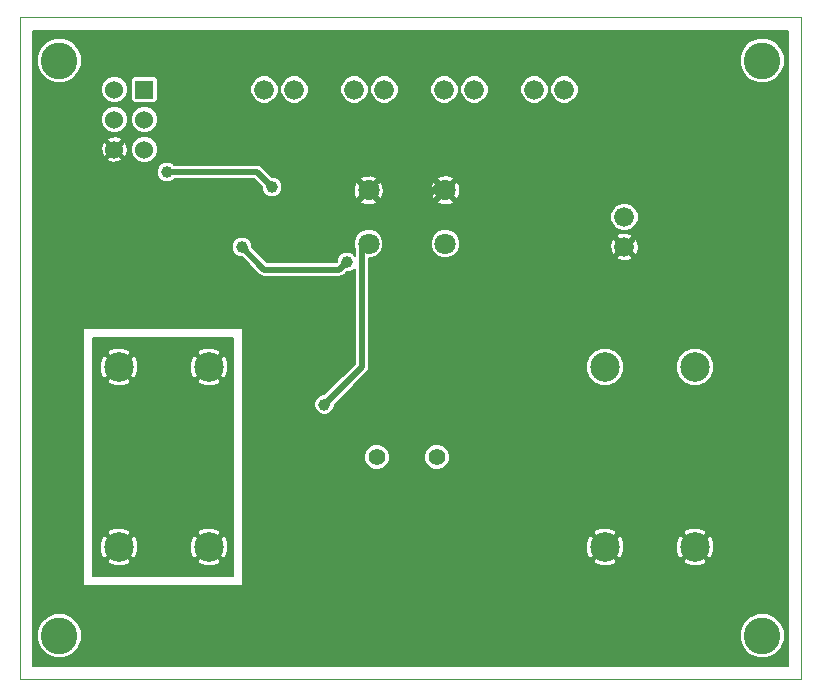
<source format=gbl>
G04 (created by PCBNEW (2013-mar-13)-testing) date Sat 29 Mar 2014 06:27:09 PM CET*
%MOIN*%
G04 Gerber Fmt 3.4, Leading zero omitted, Abs format*
%FSLAX34Y34*%
G01*
G70*
G90*
G04 APERTURE LIST*
%ADD10C,0.005906*%
%ADD11C,0.003937*%
%ADD12C,0.070866*%
%ADD13C,0.122047*%
%ADD14C,0.098425*%
%ADD15R,0.060000X0.060000*%
%ADD16C,0.060000*%
%ADD17C,0.066000*%
%ADD18C,0.056000*%
%ADD19C,0.039370*%
%ADD20C,0.020000*%
%ADD21C,0.008000*%
G04 APERTURE END LIST*
G54D10*
G54D11*
X33106Y-28346D02*
X33106Y-50393D01*
X59143Y-28346D02*
X33106Y-28346D01*
X59143Y-50393D02*
X59143Y-28346D01*
X33106Y-50393D02*
X59143Y-50393D01*
G54D12*
X44720Y-35885D03*
X44720Y-34114D03*
X47279Y-35885D03*
X47279Y-34114D03*
G54D13*
X34412Y-48956D03*
X57837Y-48956D03*
X34412Y-29783D03*
X57837Y-29783D03*
G54D14*
X39399Y-46000D03*
X36399Y-46000D03*
X55600Y-46000D03*
X52600Y-46000D03*
X52600Y-40000D03*
X55600Y-40000D03*
X36399Y-40000D03*
X39399Y-40000D03*
G54D15*
X37250Y-30750D03*
G54D16*
X36250Y-30750D03*
X37250Y-31750D03*
X36250Y-31750D03*
X37250Y-32750D03*
X36250Y-32750D03*
G54D17*
X53250Y-35000D03*
X53250Y-36000D03*
X42250Y-30750D03*
X41250Y-30750D03*
X45250Y-30750D03*
X44250Y-30750D03*
X48250Y-30750D03*
X47250Y-30750D03*
X51250Y-30750D03*
X50250Y-30750D03*
G54D18*
X45000Y-43000D03*
X47000Y-43000D03*
G54D19*
X38000Y-33500D03*
X41500Y-34000D03*
X40500Y-36000D03*
X44000Y-36500D03*
X43250Y-41250D03*
X43000Y-36200D03*
X47000Y-37250D03*
G54D20*
X38000Y-33500D02*
X41000Y-33500D01*
X41500Y-34000D02*
X41000Y-33500D01*
X44000Y-36500D02*
X43750Y-36750D01*
X41250Y-36750D02*
X40500Y-36000D01*
X43750Y-36750D02*
X41250Y-36750D01*
X44500Y-40000D02*
X44500Y-36000D01*
X43250Y-41250D02*
X44500Y-40000D01*
X47500Y-34000D02*
X47000Y-34000D01*
X46500Y-36750D02*
X47000Y-37250D01*
X46500Y-34500D02*
X46500Y-36750D01*
X47000Y-34000D02*
X46500Y-34500D01*
G54D10*
G36*
X58710Y-49960D02*
X58587Y-49960D01*
X58587Y-48808D01*
X58587Y-29634D01*
X58473Y-29359D01*
X58263Y-29147D01*
X57987Y-29033D01*
X57689Y-29033D01*
X57413Y-29147D01*
X57201Y-29357D01*
X57087Y-29633D01*
X57087Y-29932D01*
X57201Y-30207D01*
X57412Y-30419D01*
X57687Y-30533D01*
X57986Y-30533D01*
X58262Y-30419D01*
X58473Y-30208D01*
X58587Y-29933D01*
X58587Y-29634D01*
X58587Y-48808D01*
X58473Y-48532D01*
X58263Y-48321D01*
X57987Y-48206D01*
X57689Y-48206D01*
X57413Y-48320D01*
X57201Y-48531D01*
X57087Y-48806D01*
X57087Y-49105D01*
X57201Y-49381D01*
X57412Y-49592D01*
X57687Y-49706D01*
X57986Y-49707D01*
X58262Y-49593D01*
X58473Y-49382D01*
X58587Y-49106D01*
X58587Y-48808D01*
X58587Y-49960D01*
X56238Y-49960D01*
X56238Y-46091D01*
X56232Y-45984D01*
X56232Y-39874D01*
X56136Y-39642D01*
X55958Y-39464D01*
X55726Y-39367D01*
X55475Y-39367D01*
X55242Y-39463D01*
X55064Y-39641D01*
X54968Y-39873D01*
X54968Y-40125D01*
X55064Y-40357D01*
X55241Y-40535D01*
X55474Y-40632D01*
X55725Y-40632D01*
X55957Y-40536D01*
X56135Y-40358D01*
X56232Y-40126D01*
X56232Y-39874D01*
X56232Y-45984D01*
X56224Y-45840D01*
X56154Y-45671D01*
X56071Y-45613D01*
X55986Y-45698D01*
X55986Y-45528D01*
X55929Y-45445D01*
X55691Y-45362D01*
X55440Y-45375D01*
X55271Y-45445D01*
X55213Y-45528D01*
X55600Y-45915D01*
X55986Y-45528D01*
X55986Y-45698D01*
X55685Y-46000D01*
X56071Y-46386D01*
X56154Y-46328D01*
X56238Y-46091D01*
X56238Y-49960D01*
X55986Y-49960D01*
X55986Y-46471D01*
X55600Y-46084D01*
X55515Y-46169D01*
X55515Y-46000D01*
X55129Y-45613D01*
X55045Y-45671D01*
X54962Y-45908D01*
X54975Y-46159D01*
X55045Y-46328D01*
X55129Y-46386D01*
X55515Y-46000D01*
X55515Y-46169D01*
X55213Y-46471D01*
X55271Y-46554D01*
X55508Y-46637D01*
X55760Y-46624D01*
X55929Y-46554D01*
X55986Y-46471D01*
X55986Y-49960D01*
X53726Y-49960D01*
X53726Y-36052D01*
X53720Y-35980D01*
X53720Y-34906D01*
X53648Y-34734D01*
X53516Y-34601D01*
X53343Y-34530D01*
X53156Y-34529D01*
X52984Y-34601D01*
X52851Y-34733D01*
X52780Y-34906D01*
X52779Y-35093D01*
X52851Y-35265D01*
X52983Y-35398D01*
X53156Y-35469D01*
X53343Y-35470D01*
X53515Y-35398D01*
X53648Y-35266D01*
X53719Y-35093D01*
X53720Y-34906D01*
X53720Y-35980D01*
X53710Y-35866D01*
X53669Y-35769D01*
X53603Y-35731D01*
X53518Y-35816D01*
X53518Y-35646D01*
X53480Y-35580D01*
X53302Y-35523D01*
X53116Y-35539D01*
X53019Y-35580D01*
X52981Y-35646D01*
X53250Y-35915D01*
X53518Y-35646D01*
X53518Y-35816D01*
X53334Y-36000D01*
X53603Y-36268D01*
X53669Y-36230D01*
X53726Y-36052D01*
X53726Y-49960D01*
X53518Y-49960D01*
X53518Y-36353D01*
X53250Y-36084D01*
X53165Y-36169D01*
X53165Y-36000D01*
X52896Y-35731D01*
X52830Y-35769D01*
X52773Y-35947D01*
X52789Y-36133D01*
X52830Y-36230D01*
X52896Y-36268D01*
X53165Y-36000D01*
X53165Y-36169D01*
X52981Y-36353D01*
X53019Y-36419D01*
X53197Y-36476D01*
X53383Y-36460D01*
X53480Y-36419D01*
X53518Y-36353D01*
X53518Y-49960D01*
X53238Y-49960D01*
X53238Y-46091D01*
X53232Y-45984D01*
X53232Y-39874D01*
X53136Y-39642D01*
X52958Y-39464D01*
X52726Y-39367D01*
X52475Y-39367D01*
X52242Y-39463D01*
X52064Y-39641D01*
X51968Y-39873D01*
X51968Y-40125D01*
X52064Y-40357D01*
X52241Y-40535D01*
X52474Y-40632D01*
X52725Y-40632D01*
X52957Y-40536D01*
X53135Y-40358D01*
X53232Y-40126D01*
X53232Y-39874D01*
X53232Y-45984D01*
X53224Y-45840D01*
X53154Y-45671D01*
X53071Y-45613D01*
X52986Y-45698D01*
X52986Y-45528D01*
X52929Y-45445D01*
X52691Y-45362D01*
X52440Y-45375D01*
X52271Y-45445D01*
X52213Y-45528D01*
X52600Y-45915D01*
X52986Y-45528D01*
X52986Y-45698D01*
X52685Y-46000D01*
X53071Y-46386D01*
X53154Y-46328D01*
X53238Y-46091D01*
X53238Y-49960D01*
X52986Y-49960D01*
X52986Y-46471D01*
X52600Y-46084D01*
X52515Y-46169D01*
X52515Y-46000D01*
X52129Y-45613D01*
X52045Y-45671D01*
X51962Y-45908D01*
X51975Y-46159D01*
X52045Y-46328D01*
X52129Y-46386D01*
X52515Y-46000D01*
X52515Y-46169D01*
X52213Y-46471D01*
X52271Y-46554D01*
X52508Y-46637D01*
X52760Y-46624D01*
X52929Y-46554D01*
X52986Y-46471D01*
X52986Y-49960D01*
X51720Y-49960D01*
X51720Y-30656D01*
X51648Y-30484D01*
X51516Y-30351D01*
X51343Y-30280D01*
X51156Y-30279D01*
X50984Y-30351D01*
X50851Y-30483D01*
X50780Y-30656D01*
X50779Y-30843D01*
X50851Y-31015D01*
X50983Y-31148D01*
X51156Y-31219D01*
X51343Y-31220D01*
X51515Y-31148D01*
X51648Y-31016D01*
X51719Y-30843D01*
X51720Y-30656D01*
X51720Y-49960D01*
X50720Y-49960D01*
X50720Y-30656D01*
X50648Y-30484D01*
X50516Y-30351D01*
X50343Y-30280D01*
X50156Y-30279D01*
X49984Y-30351D01*
X49851Y-30483D01*
X49780Y-30656D01*
X49779Y-30843D01*
X49851Y-31015D01*
X49983Y-31148D01*
X50156Y-31219D01*
X50343Y-31220D01*
X50515Y-31148D01*
X50648Y-31016D01*
X50719Y-30843D01*
X50720Y-30656D01*
X50720Y-49960D01*
X48720Y-49960D01*
X48720Y-30656D01*
X48648Y-30484D01*
X48516Y-30351D01*
X48343Y-30280D01*
X48156Y-30279D01*
X47984Y-30351D01*
X47851Y-30483D01*
X47780Y-30656D01*
X47779Y-30843D01*
X47851Y-31015D01*
X47983Y-31148D01*
X48156Y-31219D01*
X48343Y-31220D01*
X48515Y-31148D01*
X48648Y-31016D01*
X48719Y-30843D01*
X48720Y-30656D01*
X48720Y-49960D01*
X47780Y-49960D01*
X47780Y-34172D01*
X47764Y-33976D01*
X47720Y-33869D01*
X47720Y-30656D01*
X47648Y-30484D01*
X47516Y-30351D01*
X47343Y-30280D01*
X47156Y-30279D01*
X46984Y-30351D01*
X46851Y-30483D01*
X46780Y-30656D01*
X46779Y-30843D01*
X46851Y-31015D01*
X46983Y-31148D01*
X47156Y-31219D01*
X47343Y-31220D01*
X47515Y-31148D01*
X47648Y-31016D01*
X47719Y-30843D01*
X47720Y-30656D01*
X47720Y-33869D01*
X47719Y-33868D01*
X47650Y-33827D01*
X47566Y-33912D01*
X47566Y-33742D01*
X47525Y-33674D01*
X47338Y-33613D01*
X47141Y-33629D01*
X47033Y-33674D01*
X46993Y-33742D01*
X47279Y-34029D01*
X47566Y-33742D01*
X47566Y-33912D01*
X47364Y-34114D01*
X47650Y-34400D01*
X47719Y-34359D01*
X47780Y-34172D01*
X47780Y-49960D01*
X47773Y-49960D01*
X47773Y-35787D01*
X47698Y-35606D01*
X47566Y-35473D01*
X47566Y-34485D01*
X47279Y-34199D01*
X47194Y-34283D01*
X47194Y-34114D01*
X46908Y-33827D01*
X46839Y-33868D01*
X46778Y-34055D01*
X46794Y-34251D01*
X46839Y-34359D01*
X46908Y-34400D01*
X47194Y-34114D01*
X47194Y-34283D01*
X46993Y-34485D01*
X47033Y-34554D01*
X47221Y-34614D01*
X47417Y-34599D01*
X47525Y-34554D01*
X47566Y-34485D01*
X47566Y-35473D01*
X47559Y-35466D01*
X47378Y-35391D01*
X47181Y-35391D01*
X46999Y-35466D01*
X46860Y-35605D01*
X46785Y-35787D01*
X46785Y-35983D01*
X46860Y-36165D01*
X46999Y-36304D01*
X47180Y-36380D01*
X47377Y-36380D01*
X47559Y-36305D01*
X47698Y-36166D01*
X47773Y-35984D01*
X47773Y-35787D01*
X47773Y-49960D01*
X47420Y-49960D01*
X47420Y-42916D01*
X47356Y-42762D01*
X47238Y-42644D01*
X47083Y-42580D01*
X46916Y-42579D01*
X46762Y-42643D01*
X46644Y-42761D01*
X46580Y-42916D01*
X46579Y-43083D01*
X46643Y-43237D01*
X46761Y-43355D01*
X46916Y-43419D01*
X47083Y-43420D01*
X47237Y-43356D01*
X47355Y-43238D01*
X47419Y-43083D01*
X47420Y-42916D01*
X47420Y-49960D01*
X45720Y-49960D01*
X45720Y-30656D01*
X45648Y-30484D01*
X45516Y-30351D01*
X45343Y-30280D01*
X45156Y-30279D01*
X44984Y-30351D01*
X44851Y-30483D01*
X44780Y-30656D01*
X44779Y-30843D01*
X44851Y-31015D01*
X44983Y-31148D01*
X45156Y-31219D01*
X45343Y-31220D01*
X45515Y-31148D01*
X45648Y-31016D01*
X45719Y-30843D01*
X45720Y-30656D01*
X45720Y-49960D01*
X45420Y-49960D01*
X45420Y-42916D01*
X45356Y-42762D01*
X45238Y-42644D01*
X45221Y-42637D01*
X45221Y-34172D01*
X45205Y-33976D01*
X45160Y-33868D01*
X45091Y-33827D01*
X45006Y-33912D01*
X45006Y-33742D01*
X44966Y-33674D01*
X44778Y-33613D01*
X44720Y-33618D01*
X44720Y-30656D01*
X44648Y-30484D01*
X44516Y-30351D01*
X44343Y-30280D01*
X44156Y-30279D01*
X43984Y-30351D01*
X43851Y-30483D01*
X43780Y-30656D01*
X43779Y-30843D01*
X43851Y-31015D01*
X43983Y-31148D01*
X44156Y-31219D01*
X44343Y-31220D01*
X44515Y-31148D01*
X44648Y-31016D01*
X44719Y-30843D01*
X44720Y-30656D01*
X44720Y-33618D01*
X44582Y-33629D01*
X44474Y-33674D01*
X44433Y-33742D01*
X44720Y-34029D01*
X45006Y-33742D01*
X45006Y-33912D01*
X44805Y-34114D01*
X45091Y-34400D01*
X45160Y-34359D01*
X45221Y-34172D01*
X45221Y-42637D01*
X45214Y-42634D01*
X45214Y-35787D01*
X45139Y-35606D01*
X45006Y-35473D01*
X45006Y-34485D01*
X44720Y-34199D01*
X44635Y-34283D01*
X44635Y-34114D01*
X44349Y-33827D01*
X44280Y-33868D01*
X44219Y-34055D01*
X44235Y-34251D01*
X44280Y-34359D01*
X44349Y-34400D01*
X44635Y-34114D01*
X44635Y-34283D01*
X44433Y-34485D01*
X44474Y-34554D01*
X44661Y-34614D01*
X44858Y-34599D01*
X44966Y-34554D01*
X45006Y-34485D01*
X45006Y-35473D01*
X45000Y-35466D01*
X44819Y-35391D01*
X44622Y-35391D01*
X44440Y-35466D01*
X44301Y-35605D01*
X44226Y-35787D01*
X44226Y-35983D01*
X44260Y-36065D01*
X44260Y-36283D01*
X44191Y-36214D01*
X44067Y-36163D01*
X43933Y-36163D01*
X43809Y-36214D01*
X43714Y-36308D01*
X43663Y-36432D01*
X43663Y-36497D01*
X43650Y-36510D01*
X42720Y-36510D01*
X42720Y-30656D01*
X42648Y-30484D01*
X42516Y-30351D01*
X42343Y-30280D01*
X42156Y-30279D01*
X41984Y-30351D01*
X41851Y-30483D01*
X41780Y-30656D01*
X41779Y-30843D01*
X41851Y-31015D01*
X41983Y-31148D01*
X42156Y-31219D01*
X42343Y-31220D01*
X42515Y-31148D01*
X42648Y-31016D01*
X42719Y-30843D01*
X42720Y-30656D01*
X42720Y-36510D01*
X41836Y-36510D01*
X41836Y-33933D01*
X41785Y-33809D01*
X41720Y-33743D01*
X41720Y-30656D01*
X41648Y-30484D01*
X41516Y-30351D01*
X41343Y-30280D01*
X41156Y-30279D01*
X40984Y-30351D01*
X40851Y-30483D01*
X40780Y-30656D01*
X40779Y-30843D01*
X40851Y-31015D01*
X40983Y-31148D01*
X41156Y-31219D01*
X41343Y-31220D01*
X41515Y-31148D01*
X41648Y-31016D01*
X41719Y-30843D01*
X41720Y-30656D01*
X41720Y-33743D01*
X41691Y-33714D01*
X41567Y-33663D01*
X41502Y-33663D01*
X41169Y-33330D01*
X41091Y-33278D01*
X41000Y-33260D01*
X38236Y-33260D01*
X38191Y-33214D01*
X38067Y-33163D01*
X37933Y-33163D01*
X37809Y-33214D01*
X37714Y-33308D01*
X37690Y-33367D01*
X37690Y-32662D01*
X37690Y-31662D01*
X37690Y-31662D01*
X37690Y-31077D01*
X37690Y-31022D01*
X37690Y-30422D01*
X37668Y-30370D01*
X37629Y-30331D01*
X37577Y-30310D01*
X37522Y-30310D01*
X36922Y-30310D01*
X36870Y-30331D01*
X36831Y-30370D01*
X36810Y-30422D01*
X36810Y-30477D01*
X36810Y-31077D01*
X36831Y-31129D01*
X36870Y-31168D01*
X36922Y-31190D01*
X36977Y-31190D01*
X37577Y-31190D01*
X37629Y-31168D01*
X37668Y-31129D01*
X37690Y-31077D01*
X37690Y-31662D01*
X37623Y-31501D01*
X37499Y-31377D01*
X37337Y-31310D01*
X37162Y-31309D01*
X37001Y-31376D01*
X36877Y-31500D01*
X36810Y-31662D01*
X36809Y-31837D01*
X36876Y-31998D01*
X37000Y-32122D01*
X37162Y-32189D01*
X37337Y-32190D01*
X37498Y-32123D01*
X37622Y-31999D01*
X37689Y-31837D01*
X37690Y-31662D01*
X37690Y-32662D01*
X37623Y-32501D01*
X37499Y-32377D01*
X37337Y-32310D01*
X37162Y-32309D01*
X37001Y-32376D01*
X36877Y-32500D01*
X36810Y-32662D01*
X36809Y-32837D01*
X36876Y-32998D01*
X37000Y-33122D01*
X37162Y-33189D01*
X37337Y-33190D01*
X37498Y-33123D01*
X37622Y-32999D01*
X37689Y-32837D01*
X37690Y-32662D01*
X37690Y-33367D01*
X37663Y-33432D01*
X37663Y-33566D01*
X37714Y-33690D01*
X37808Y-33785D01*
X37932Y-33836D01*
X38066Y-33836D01*
X38190Y-33785D01*
X38236Y-33740D01*
X40900Y-33740D01*
X41163Y-34002D01*
X41163Y-34066D01*
X41214Y-34190D01*
X41308Y-34285D01*
X41432Y-34336D01*
X41566Y-34336D01*
X41690Y-34285D01*
X41785Y-34191D01*
X41836Y-34067D01*
X41836Y-33933D01*
X41836Y-36510D01*
X41349Y-36510D01*
X40836Y-35997D01*
X40836Y-35933D01*
X40785Y-35809D01*
X40691Y-35714D01*
X40567Y-35663D01*
X40433Y-35663D01*
X40309Y-35714D01*
X40214Y-35808D01*
X40163Y-35932D01*
X40163Y-36066D01*
X40214Y-36190D01*
X40308Y-36285D01*
X40432Y-36336D01*
X40497Y-36336D01*
X41080Y-36919D01*
X41158Y-36971D01*
X41250Y-36990D01*
X43750Y-36990D01*
X43841Y-36971D01*
X43919Y-36919D01*
X44002Y-36836D01*
X44066Y-36836D01*
X44190Y-36785D01*
X44260Y-36716D01*
X44260Y-39900D01*
X43247Y-40913D01*
X43183Y-40913D01*
X43059Y-40964D01*
X42964Y-41058D01*
X42913Y-41182D01*
X42913Y-41316D01*
X42964Y-41440D01*
X43058Y-41535D01*
X43182Y-41586D01*
X43316Y-41586D01*
X43440Y-41535D01*
X43535Y-41441D01*
X43586Y-41317D01*
X43586Y-41252D01*
X44669Y-40169D01*
X44721Y-40091D01*
X44740Y-40000D01*
X44740Y-36380D01*
X44818Y-36380D01*
X45000Y-36305D01*
X45139Y-36166D01*
X45214Y-35984D01*
X45214Y-35787D01*
X45214Y-42634D01*
X45083Y-42580D01*
X44916Y-42579D01*
X44762Y-42643D01*
X44644Y-42761D01*
X44580Y-42916D01*
X44579Y-43083D01*
X44643Y-43237D01*
X44761Y-43355D01*
X44916Y-43419D01*
X45083Y-43420D01*
X45237Y-43356D01*
X45355Y-43238D01*
X45419Y-43083D01*
X45420Y-42916D01*
X45420Y-49960D01*
X40540Y-49960D01*
X40540Y-47290D01*
X40540Y-38710D01*
X36696Y-38710D01*
X36696Y-32795D01*
X36690Y-32729D01*
X36690Y-31662D01*
X36690Y-30662D01*
X36623Y-30501D01*
X36499Y-30377D01*
X36337Y-30310D01*
X36162Y-30309D01*
X36001Y-30376D01*
X35877Y-30500D01*
X35810Y-30662D01*
X35809Y-30837D01*
X35876Y-30998D01*
X36000Y-31122D01*
X36162Y-31189D01*
X36337Y-31190D01*
X36498Y-31123D01*
X36622Y-30999D01*
X36689Y-30837D01*
X36690Y-30662D01*
X36690Y-31662D01*
X36623Y-31501D01*
X36499Y-31377D01*
X36337Y-31310D01*
X36162Y-31309D01*
X36001Y-31376D01*
X35877Y-31500D01*
X35810Y-31662D01*
X35809Y-31837D01*
X35876Y-31998D01*
X36000Y-32122D01*
X36162Y-32189D01*
X36337Y-32190D01*
X36498Y-32123D01*
X36622Y-31999D01*
X36689Y-31837D01*
X36690Y-31662D01*
X36690Y-32729D01*
X36679Y-32621D01*
X36644Y-32537D01*
X36581Y-32503D01*
X36496Y-32587D01*
X36496Y-32418D01*
X36462Y-32355D01*
X36295Y-32303D01*
X36121Y-32320D01*
X36037Y-32355D01*
X36003Y-32418D01*
X36250Y-32665D01*
X36496Y-32418D01*
X36496Y-32587D01*
X36334Y-32750D01*
X36581Y-32996D01*
X36644Y-32962D01*
X36696Y-32795D01*
X36696Y-38710D01*
X36496Y-38710D01*
X36496Y-33081D01*
X36250Y-32834D01*
X36165Y-32919D01*
X36165Y-32750D01*
X35918Y-32503D01*
X35855Y-32537D01*
X35803Y-32704D01*
X35820Y-32878D01*
X35855Y-32962D01*
X35918Y-32996D01*
X36165Y-32750D01*
X36165Y-32919D01*
X36003Y-33081D01*
X36037Y-33144D01*
X36204Y-33196D01*
X36378Y-33179D01*
X36462Y-33144D01*
X36496Y-33081D01*
X36496Y-38710D01*
X35210Y-38710D01*
X35210Y-47290D01*
X40540Y-47290D01*
X40540Y-49960D01*
X40500Y-49960D01*
X35162Y-49960D01*
X35162Y-48808D01*
X35162Y-29634D01*
X35048Y-29359D01*
X34837Y-29147D01*
X34562Y-29033D01*
X34263Y-29033D01*
X33987Y-29147D01*
X33776Y-29357D01*
X33662Y-29633D01*
X33662Y-29932D01*
X33776Y-30207D01*
X33986Y-30419D01*
X34262Y-30533D01*
X34560Y-30533D01*
X34836Y-30419D01*
X35048Y-30208D01*
X35162Y-29933D01*
X35162Y-29634D01*
X35162Y-48808D01*
X35048Y-48532D01*
X34837Y-48321D01*
X34562Y-48206D01*
X34263Y-48206D01*
X33987Y-48320D01*
X33776Y-48531D01*
X33662Y-48806D01*
X33662Y-49105D01*
X33776Y-49381D01*
X33986Y-49592D01*
X34262Y-49706D01*
X34560Y-49707D01*
X34836Y-49593D01*
X35048Y-49382D01*
X35162Y-49106D01*
X35162Y-48808D01*
X35162Y-49960D01*
X33540Y-49960D01*
X33540Y-28790D01*
X58710Y-28790D01*
X58710Y-31750D01*
X58710Y-38500D01*
X58710Y-42000D01*
X58710Y-49960D01*
X58710Y-49960D01*
G37*
G54D21*
X58710Y-49960D02*
X58587Y-49960D01*
X58587Y-48808D01*
X58587Y-29634D01*
X58473Y-29359D01*
X58263Y-29147D01*
X57987Y-29033D01*
X57689Y-29033D01*
X57413Y-29147D01*
X57201Y-29357D01*
X57087Y-29633D01*
X57087Y-29932D01*
X57201Y-30207D01*
X57412Y-30419D01*
X57687Y-30533D01*
X57986Y-30533D01*
X58262Y-30419D01*
X58473Y-30208D01*
X58587Y-29933D01*
X58587Y-29634D01*
X58587Y-48808D01*
X58473Y-48532D01*
X58263Y-48321D01*
X57987Y-48206D01*
X57689Y-48206D01*
X57413Y-48320D01*
X57201Y-48531D01*
X57087Y-48806D01*
X57087Y-49105D01*
X57201Y-49381D01*
X57412Y-49592D01*
X57687Y-49706D01*
X57986Y-49707D01*
X58262Y-49593D01*
X58473Y-49382D01*
X58587Y-49106D01*
X58587Y-48808D01*
X58587Y-49960D01*
X56238Y-49960D01*
X56238Y-46091D01*
X56232Y-45984D01*
X56232Y-39874D01*
X56136Y-39642D01*
X55958Y-39464D01*
X55726Y-39367D01*
X55475Y-39367D01*
X55242Y-39463D01*
X55064Y-39641D01*
X54968Y-39873D01*
X54968Y-40125D01*
X55064Y-40357D01*
X55241Y-40535D01*
X55474Y-40632D01*
X55725Y-40632D01*
X55957Y-40536D01*
X56135Y-40358D01*
X56232Y-40126D01*
X56232Y-39874D01*
X56232Y-45984D01*
X56224Y-45840D01*
X56154Y-45671D01*
X56071Y-45613D01*
X55986Y-45698D01*
X55986Y-45528D01*
X55929Y-45445D01*
X55691Y-45362D01*
X55440Y-45375D01*
X55271Y-45445D01*
X55213Y-45528D01*
X55600Y-45915D01*
X55986Y-45528D01*
X55986Y-45698D01*
X55685Y-46000D01*
X56071Y-46386D01*
X56154Y-46328D01*
X56238Y-46091D01*
X56238Y-49960D01*
X55986Y-49960D01*
X55986Y-46471D01*
X55600Y-46084D01*
X55515Y-46169D01*
X55515Y-46000D01*
X55129Y-45613D01*
X55045Y-45671D01*
X54962Y-45908D01*
X54975Y-46159D01*
X55045Y-46328D01*
X55129Y-46386D01*
X55515Y-46000D01*
X55515Y-46169D01*
X55213Y-46471D01*
X55271Y-46554D01*
X55508Y-46637D01*
X55760Y-46624D01*
X55929Y-46554D01*
X55986Y-46471D01*
X55986Y-49960D01*
X53726Y-49960D01*
X53726Y-36052D01*
X53720Y-35980D01*
X53720Y-34906D01*
X53648Y-34734D01*
X53516Y-34601D01*
X53343Y-34530D01*
X53156Y-34529D01*
X52984Y-34601D01*
X52851Y-34733D01*
X52780Y-34906D01*
X52779Y-35093D01*
X52851Y-35265D01*
X52983Y-35398D01*
X53156Y-35469D01*
X53343Y-35470D01*
X53515Y-35398D01*
X53648Y-35266D01*
X53719Y-35093D01*
X53720Y-34906D01*
X53720Y-35980D01*
X53710Y-35866D01*
X53669Y-35769D01*
X53603Y-35731D01*
X53518Y-35816D01*
X53518Y-35646D01*
X53480Y-35580D01*
X53302Y-35523D01*
X53116Y-35539D01*
X53019Y-35580D01*
X52981Y-35646D01*
X53250Y-35915D01*
X53518Y-35646D01*
X53518Y-35816D01*
X53334Y-36000D01*
X53603Y-36268D01*
X53669Y-36230D01*
X53726Y-36052D01*
X53726Y-49960D01*
X53518Y-49960D01*
X53518Y-36353D01*
X53250Y-36084D01*
X53165Y-36169D01*
X53165Y-36000D01*
X52896Y-35731D01*
X52830Y-35769D01*
X52773Y-35947D01*
X52789Y-36133D01*
X52830Y-36230D01*
X52896Y-36268D01*
X53165Y-36000D01*
X53165Y-36169D01*
X52981Y-36353D01*
X53019Y-36419D01*
X53197Y-36476D01*
X53383Y-36460D01*
X53480Y-36419D01*
X53518Y-36353D01*
X53518Y-49960D01*
X53238Y-49960D01*
X53238Y-46091D01*
X53232Y-45984D01*
X53232Y-39874D01*
X53136Y-39642D01*
X52958Y-39464D01*
X52726Y-39367D01*
X52475Y-39367D01*
X52242Y-39463D01*
X52064Y-39641D01*
X51968Y-39873D01*
X51968Y-40125D01*
X52064Y-40357D01*
X52241Y-40535D01*
X52474Y-40632D01*
X52725Y-40632D01*
X52957Y-40536D01*
X53135Y-40358D01*
X53232Y-40126D01*
X53232Y-39874D01*
X53232Y-45984D01*
X53224Y-45840D01*
X53154Y-45671D01*
X53071Y-45613D01*
X52986Y-45698D01*
X52986Y-45528D01*
X52929Y-45445D01*
X52691Y-45362D01*
X52440Y-45375D01*
X52271Y-45445D01*
X52213Y-45528D01*
X52600Y-45915D01*
X52986Y-45528D01*
X52986Y-45698D01*
X52685Y-46000D01*
X53071Y-46386D01*
X53154Y-46328D01*
X53238Y-46091D01*
X53238Y-49960D01*
X52986Y-49960D01*
X52986Y-46471D01*
X52600Y-46084D01*
X52515Y-46169D01*
X52515Y-46000D01*
X52129Y-45613D01*
X52045Y-45671D01*
X51962Y-45908D01*
X51975Y-46159D01*
X52045Y-46328D01*
X52129Y-46386D01*
X52515Y-46000D01*
X52515Y-46169D01*
X52213Y-46471D01*
X52271Y-46554D01*
X52508Y-46637D01*
X52760Y-46624D01*
X52929Y-46554D01*
X52986Y-46471D01*
X52986Y-49960D01*
X51720Y-49960D01*
X51720Y-30656D01*
X51648Y-30484D01*
X51516Y-30351D01*
X51343Y-30280D01*
X51156Y-30279D01*
X50984Y-30351D01*
X50851Y-30483D01*
X50780Y-30656D01*
X50779Y-30843D01*
X50851Y-31015D01*
X50983Y-31148D01*
X51156Y-31219D01*
X51343Y-31220D01*
X51515Y-31148D01*
X51648Y-31016D01*
X51719Y-30843D01*
X51720Y-30656D01*
X51720Y-49960D01*
X50720Y-49960D01*
X50720Y-30656D01*
X50648Y-30484D01*
X50516Y-30351D01*
X50343Y-30280D01*
X50156Y-30279D01*
X49984Y-30351D01*
X49851Y-30483D01*
X49780Y-30656D01*
X49779Y-30843D01*
X49851Y-31015D01*
X49983Y-31148D01*
X50156Y-31219D01*
X50343Y-31220D01*
X50515Y-31148D01*
X50648Y-31016D01*
X50719Y-30843D01*
X50720Y-30656D01*
X50720Y-49960D01*
X48720Y-49960D01*
X48720Y-30656D01*
X48648Y-30484D01*
X48516Y-30351D01*
X48343Y-30280D01*
X48156Y-30279D01*
X47984Y-30351D01*
X47851Y-30483D01*
X47780Y-30656D01*
X47779Y-30843D01*
X47851Y-31015D01*
X47983Y-31148D01*
X48156Y-31219D01*
X48343Y-31220D01*
X48515Y-31148D01*
X48648Y-31016D01*
X48719Y-30843D01*
X48720Y-30656D01*
X48720Y-49960D01*
X47780Y-49960D01*
X47780Y-34172D01*
X47764Y-33976D01*
X47720Y-33869D01*
X47720Y-30656D01*
X47648Y-30484D01*
X47516Y-30351D01*
X47343Y-30280D01*
X47156Y-30279D01*
X46984Y-30351D01*
X46851Y-30483D01*
X46780Y-30656D01*
X46779Y-30843D01*
X46851Y-31015D01*
X46983Y-31148D01*
X47156Y-31219D01*
X47343Y-31220D01*
X47515Y-31148D01*
X47648Y-31016D01*
X47719Y-30843D01*
X47720Y-30656D01*
X47720Y-33869D01*
X47719Y-33868D01*
X47650Y-33827D01*
X47566Y-33912D01*
X47566Y-33742D01*
X47525Y-33674D01*
X47338Y-33613D01*
X47141Y-33629D01*
X47033Y-33674D01*
X46993Y-33742D01*
X47279Y-34029D01*
X47566Y-33742D01*
X47566Y-33912D01*
X47364Y-34114D01*
X47650Y-34400D01*
X47719Y-34359D01*
X47780Y-34172D01*
X47780Y-49960D01*
X47773Y-49960D01*
X47773Y-35787D01*
X47698Y-35606D01*
X47566Y-35473D01*
X47566Y-34485D01*
X47279Y-34199D01*
X47194Y-34283D01*
X47194Y-34114D01*
X46908Y-33827D01*
X46839Y-33868D01*
X46778Y-34055D01*
X46794Y-34251D01*
X46839Y-34359D01*
X46908Y-34400D01*
X47194Y-34114D01*
X47194Y-34283D01*
X46993Y-34485D01*
X47033Y-34554D01*
X47221Y-34614D01*
X47417Y-34599D01*
X47525Y-34554D01*
X47566Y-34485D01*
X47566Y-35473D01*
X47559Y-35466D01*
X47378Y-35391D01*
X47181Y-35391D01*
X46999Y-35466D01*
X46860Y-35605D01*
X46785Y-35787D01*
X46785Y-35983D01*
X46860Y-36165D01*
X46999Y-36304D01*
X47180Y-36380D01*
X47377Y-36380D01*
X47559Y-36305D01*
X47698Y-36166D01*
X47773Y-35984D01*
X47773Y-35787D01*
X47773Y-49960D01*
X47420Y-49960D01*
X47420Y-42916D01*
X47356Y-42762D01*
X47238Y-42644D01*
X47083Y-42580D01*
X46916Y-42579D01*
X46762Y-42643D01*
X46644Y-42761D01*
X46580Y-42916D01*
X46579Y-43083D01*
X46643Y-43237D01*
X46761Y-43355D01*
X46916Y-43419D01*
X47083Y-43420D01*
X47237Y-43356D01*
X47355Y-43238D01*
X47419Y-43083D01*
X47420Y-42916D01*
X47420Y-49960D01*
X45720Y-49960D01*
X45720Y-30656D01*
X45648Y-30484D01*
X45516Y-30351D01*
X45343Y-30280D01*
X45156Y-30279D01*
X44984Y-30351D01*
X44851Y-30483D01*
X44780Y-30656D01*
X44779Y-30843D01*
X44851Y-31015D01*
X44983Y-31148D01*
X45156Y-31219D01*
X45343Y-31220D01*
X45515Y-31148D01*
X45648Y-31016D01*
X45719Y-30843D01*
X45720Y-30656D01*
X45720Y-49960D01*
X45420Y-49960D01*
X45420Y-42916D01*
X45356Y-42762D01*
X45238Y-42644D01*
X45221Y-42637D01*
X45221Y-34172D01*
X45205Y-33976D01*
X45160Y-33868D01*
X45091Y-33827D01*
X45006Y-33912D01*
X45006Y-33742D01*
X44966Y-33674D01*
X44778Y-33613D01*
X44720Y-33618D01*
X44720Y-30656D01*
X44648Y-30484D01*
X44516Y-30351D01*
X44343Y-30280D01*
X44156Y-30279D01*
X43984Y-30351D01*
X43851Y-30483D01*
X43780Y-30656D01*
X43779Y-30843D01*
X43851Y-31015D01*
X43983Y-31148D01*
X44156Y-31219D01*
X44343Y-31220D01*
X44515Y-31148D01*
X44648Y-31016D01*
X44719Y-30843D01*
X44720Y-30656D01*
X44720Y-33618D01*
X44582Y-33629D01*
X44474Y-33674D01*
X44433Y-33742D01*
X44720Y-34029D01*
X45006Y-33742D01*
X45006Y-33912D01*
X44805Y-34114D01*
X45091Y-34400D01*
X45160Y-34359D01*
X45221Y-34172D01*
X45221Y-42637D01*
X45214Y-42634D01*
X45214Y-35787D01*
X45139Y-35606D01*
X45006Y-35473D01*
X45006Y-34485D01*
X44720Y-34199D01*
X44635Y-34283D01*
X44635Y-34114D01*
X44349Y-33827D01*
X44280Y-33868D01*
X44219Y-34055D01*
X44235Y-34251D01*
X44280Y-34359D01*
X44349Y-34400D01*
X44635Y-34114D01*
X44635Y-34283D01*
X44433Y-34485D01*
X44474Y-34554D01*
X44661Y-34614D01*
X44858Y-34599D01*
X44966Y-34554D01*
X45006Y-34485D01*
X45006Y-35473D01*
X45000Y-35466D01*
X44819Y-35391D01*
X44622Y-35391D01*
X44440Y-35466D01*
X44301Y-35605D01*
X44226Y-35787D01*
X44226Y-35983D01*
X44260Y-36065D01*
X44260Y-36283D01*
X44191Y-36214D01*
X44067Y-36163D01*
X43933Y-36163D01*
X43809Y-36214D01*
X43714Y-36308D01*
X43663Y-36432D01*
X43663Y-36497D01*
X43650Y-36510D01*
X42720Y-36510D01*
X42720Y-30656D01*
X42648Y-30484D01*
X42516Y-30351D01*
X42343Y-30280D01*
X42156Y-30279D01*
X41984Y-30351D01*
X41851Y-30483D01*
X41780Y-30656D01*
X41779Y-30843D01*
X41851Y-31015D01*
X41983Y-31148D01*
X42156Y-31219D01*
X42343Y-31220D01*
X42515Y-31148D01*
X42648Y-31016D01*
X42719Y-30843D01*
X42720Y-30656D01*
X42720Y-36510D01*
X41836Y-36510D01*
X41836Y-33933D01*
X41785Y-33809D01*
X41720Y-33743D01*
X41720Y-30656D01*
X41648Y-30484D01*
X41516Y-30351D01*
X41343Y-30280D01*
X41156Y-30279D01*
X40984Y-30351D01*
X40851Y-30483D01*
X40780Y-30656D01*
X40779Y-30843D01*
X40851Y-31015D01*
X40983Y-31148D01*
X41156Y-31219D01*
X41343Y-31220D01*
X41515Y-31148D01*
X41648Y-31016D01*
X41719Y-30843D01*
X41720Y-30656D01*
X41720Y-33743D01*
X41691Y-33714D01*
X41567Y-33663D01*
X41502Y-33663D01*
X41169Y-33330D01*
X41091Y-33278D01*
X41000Y-33260D01*
X38236Y-33260D01*
X38191Y-33214D01*
X38067Y-33163D01*
X37933Y-33163D01*
X37809Y-33214D01*
X37714Y-33308D01*
X37690Y-33367D01*
X37690Y-32662D01*
X37690Y-31662D01*
X37690Y-31662D01*
X37690Y-31077D01*
X37690Y-31022D01*
X37690Y-30422D01*
X37668Y-30370D01*
X37629Y-30331D01*
X37577Y-30310D01*
X37522Y-30310D01*
X36922Y-30310D01*
X36870Y-30331D01*
X36831Y-30370D01*
X36810Y-30422D01*
X36810Y-30477D01*
X36810Y-31077D01*
X36831Y-31129D01*
X36870Y-31168D01*
X36922Y-31190D01*
X36977Y-31190D01*
X37577Y-31190D01*
X37629Y-31168D01*
X37668Y-31129D01*
X37690Y-31077D01*
X37690Y-31662D01*
X37623Y-31501D01*
X37499Y-31377D01*
X37337Y-31310D01*
X37162Y-31309D01*
X37001Y-31376D01*
X36877Y-31500D01*
X36810Y-31662D01*
X36809Y-31837D01*
X36876Y-31998D01*
X37000Y-32122D01*
X37162Y-32189D01*
X37337Y-32190D01*
X37498Y-32123D01*
X37622Y-31999D01*
X37689Y-31837D01*
X37690Y-31662D01*
X37690Y-32662D01*
X37623Y-32501D01*
X37499Y-32377D01*
X37337Y-32310D01*
X37162Y-32309D01*
X37001Y-32376D01*
X36877Y-32500D01*
X36810Y-32662D01*
X36809Y-32837D01*
X36876Y-32998D01*
X37000Y-33122D01*
X37162Y-33189D01*
X37337Y-33190D01*
X37498Y-33123D01*
X37622Y-32999D01*
X37689Y-32837D01*
X37690Y-32662D01*
X37690Y-33367D01*
X37663Y-33432D01*
X37663Y-33566D01*
X37714Y-33690D01*
X37808Y-33785D01*
X37932Y-33836D01*
X38066Y-33836D01*
X38190Y-33785D01*
X38236Y-33740D01*
X40900Y-33740D01*
X41163Y-34002D01*
X41163Y-34066D01*
X41214Y-34190D01*
X41308Y-34285D01*
X41432Y-34336D01*
X41566Y-34336D01*
X41690Y-34285D01*
X41785Y-34191D01*
X41836Y-34067D01*
X41836Y-33933D01*
X41836Y-36510D01*
X41349Y-36510D01*
X40836Y-35997D01*
X40836Y-35933D01*
X40785Y-35809D01*
X40691Y-35714D01*
X40567Y-35663D01*
X40433Y-35663D01*
X40309Y-35714D01*
X40214Y-35808D01*
X40163Y-35932D01*
X40163Y-36066D01*
X40214Y-36190D01*
X40308Y-36285D01*
X40432Y-36336D01*
X40497Y-36336D01*
X41080Y-36919D01*
X41158Y-36971D01*
X41250Y-36990D01*
X43750Y-36990D01*
X43841Y-36971D01*
X43919Y-36919D01*
X44002Y-36836D01*
X44066Y-36836D01*
X44190Y-36785D01*
X44260Y-36716D01*
X44260Y-39900D01*
X43247Y-40913D01*
X43183Y-40913D01*
X43059Y-40964D01*
X42964Y-41058D01*
X42913Y-41182D01*
X42913Y-41316D01*
X42964Y-41440D01*
X43058Y-41535D01*
X43182Y-41586D01*
X43316Y-41586D01*
X43440Y-41535D01*
X43535Y-41441D01*
X43586Y-41317D01*
X43586Y-41252D01*
X44669Y-40169D01*
X44721Y-40091D01*
X44740Y-40000D01*
X44740Y-36380D01*
X44818Y-36380D01*
X45000Y-36305D01*
X45139Y-36166D01*
X45214Y-35984D01*
X45214Y-35787D01*
X45214Y-42634D01*
X45083Y-42580D01*
X44916Y-42579D01*
X44762Y-42643D01*
X44644Y-42761D01*
X44580Y-42916D01*
X44579Y-43083D01*
X44643Y-43237D01*
X44761Y-43355D01*
X44916Y-43419D01*
X45083Y-43420D01*
X45237Y-43356D01*
X45355Y-43238D01*
X45419Y-43083D01*
X45420Y-42916D01*
X45420Y-49960D01*
X40540Y-49960D01*
X40540Y-47290D01*
X40540Y-38710D01*
X36696Y-38710D01*
X36696Y-32795D01*
X36690Y-32729D01*
X36690Y-31662D01*
X36690Y-30662D01*
X36623Y-30501D01*
X36499Y-30377D01*
X36337Y-30310D01*
X36162Y-30309D01*
X36001Y-30376D01*
X35877Y-30500D01*
X35810Y-30662D01*
X35809Y-30837D01*
X35876Y-30998D01*
X36000Y-31122D01*
X36162Y-31189D01*
X36337Y-31190D01*
X36498Y-31123D01*
X36622Y-30999D01*
X36689Y-30837D01*
X36690Y-30662D01*
X36690Y-31662D01*
X36623Y-31501D01*
X36499Y-31377D01*
X36337Y-31310D01*
X36162Y-31309D01*
X36001Y-31376D01*
X35877Y-31500D01*
X35810Y-31662D01*
X35809Y-31837D01*
X35876Y-31998D01*
X36000Y-32122D01*
X36162Y-32189D01*
X36337Y-32190D01*
X36498Y-32123D01*
X36622Y-31999D01*
X36689Y-31837D01*
X36690Y-31662D01*
X36690Y-32729D01*
X36679Y-32621D01*
X36644Y-32537D01*
X36581Y-32503D01*
X36496Y-32587D01*
X36496Y-32418D01*
X36462Y-32355D01*
X36295Y-32303D01*
X36121Y-32320D01*
X36037Y-32355D01*
X36003Y-32418D01*
X36250Y-32665D01*
X36496Y-32418D01*
X36496Y-32587D01*
X36334Y-32750D01*
X36581Y-32996D01*
X36644Y-32962D01*
X36696Y-32795D01*
X36696Y-38710D01*
X36496Y-38710D01*
X36496Y-33081D01*
X36250Y-32834D01*
X36165Y-32919D01*
X36165Y-32750D01*
X35918Y-32503D01*
X35855Y-32537D01*
X35803Y-32704D01*
X35820Y-32878D01*
X35855Y-32962D01*
X35918Y-32996D01*
X36165Y-32750D01*
X36165Y-32919D01*
X36003Y-33081D01*
X36037Y-33144D01*
X36204Y-33196D01*
X36378Y-33179D01*
X36462Y-33144D01*
X36496Y-33081D01*
X36496Y-38710D01*
X35210Y-38710D01*
X35210Y-47290D01*
X40540Y-47290D01*
X40540Y-49960D01*
X40500Y-49960D01*
X35162Y-49960D01*
X35162Y-48808D01*
X35162Y-29634D01*
X35048Y-29359D01*
X34837Y-29147D01*
X34562Y-29033D01*
X34263Y-29033D01*
X33987Y-29147D01*
X33776Y-29357D01*
X33662Y-29633D01*
X33662Y-29932D01*
X33776Y-30207D01*
X33986Y-30419D01*
X34262Y-30533D01*
X34560Y-30533D01*
X34836Y-30419D01*
X35048Y-30208D01*
X35162Y-29933D01*
X35162Y-29634D01*
X35162Y-48808D01*
X35048Y-48532D01*
X34837Y-48321D01*
X34562Y-48206D01*
X34263Y-48206D01*
X33987Y-48320D01*
X33776Y-48531D01*
X33662Y-48806D01*
X33662Y-49105D01*
X33776Y-49381D01*
X33986Y-49592D01*
X34262Y-49706D01*
X34560Y-49707D01*
X34836Y-49593D01*
X35048Y-49382D01*
X35162Y-49106D01*
X35162Y-48808D01*
X35162Y-49960D01*
X33540Y-49960D01*
X33540Y-28790D01*
X58710Y-28790D01*
X58710Y-31750D01*
X58710Y-38500D01*
X58710Y-42000D01*
X58710Y-49960D01*
G54D10*
G36*
X40210Y-46960D02*
X40037Y-46960D01*
X40037Y-46091D01*
X40037Y-40091D01*
X40024Y-39840D01*
X39954Y-39671D01*
X39870Y-39613D01*
X39786Y-39698D01*
X39786Y-39528D01*
X39728Y-39445D01*
X39491Y-39362D01*
X39239Y-39375D01*
X39070Y-39445D01*
X39013Y-39528D01*
X39399Y-39915D01*
X39786Y-39528D01*
X39786Y-39698D01*
X39484Y-40000D01*
X39870Y-40386D01*
X39954Y-40328D01*
X40037Y-40091D01*
X40037Y-46091D01*
X40024Y-45840D01*
X39954Y-45671D01*
X39870Y-45613D01*
X39786Y-45698D01*
X39786Y-45528D01*
X39786Y-40471D01*
X39399Y-40084D01*
X39314Y-40169D01*
X39314Y-40000D01*
X38928Y-39613D01*
X38845Y-39671D01*
X38761Y-39908D01*
X38775Y-40159D01*
X38845Y-40328D01*
X38928Y-40386D01*
X39314Y-40000D01*
X39314Y-40169D01*
X39013Y-40471D01*
X39070Y-40554D01*
X39308Y-40637D01*
X39559Y-40624D01*
X39728Y-40554D01*
X39786Y-40471D01*
X39786Y-45528D01*
X39728Y-45445D01*
X39491Y-45362D01*
X39239Y-45375D01*
X39070Y-45445D01*
X39013Y-45528D01*
X39399Y-45915D01*
X39786Y-45528D01*
X39786Y-45698D01*
X39484Y-46000D01*
X39870Y-46386D01*
X39954Y-46328D01*
X40037Y-46091D01*
X40037Y-46960D01*
X39786Y-46960D01*
X39786Y-46471D01*
X39399Y-46084D01*
X39314Y-46169D01*
X39314Y-46000D01*
X38928Y-45613D01*
X38845Y-45671D01*
X38761Y-45908D01*
X38775Y-46159D01*
X38845Y-46328D01*
X38928Y-46386D01*
X39314Y-46000D01*
X39314Y-46169D01*
X39013Y-46471D01*
X39070Y-46554D01*
X39308Y-46637D01*
X39559Y-46624D01*
X39728Y-46554D01*
X39786Y-46471D01*
X39786Y-46960D01*
X37037Y-46960D01*
X37037Y-46091D01*
X37037Y-40091D01*
X37024Y-39840D01*
X36954Y-39671D01*
X36870Y-39613D01*
X36786Y-39698D01*
X36786Y-39528D01*
X36728Y-39445D01*
X36491Y-39362D01*
X36239Y-39375D01*
X36070Y-39445D01*
X36013Y-39528D01*
X36399Y-39915D01*
X36786Y-39528D01*
X36786Y-39698D01*
X36484Y-40000D01*
X36870Y-40386D01*
X36954Y-40328D01*
X37037Y-40091D01*
X37037Y-46091D01*
X37024Y-45840D01*
X36954Y-45671D01*
X36870Y-45613D01*
X36786Y-45698D01*
X36786Y-45528D01*
X36786Y-40471D01*
X36399Y-40084D01*
X36314Y-40169D01*
X36314Y-40000D01*
X35928Y-39613D01*
X35845Y-39671D01*
X35761Y-39908D01*
X35775Y-40159D01*
X35845Y-40328D01*
X35928Y-40386D01*
X36314Y-40000D01*
X36314Y-40169D01*
X36013Y-40471D01*
X36070Y-40554D01*
X36308Y-40637D01*
X36559Y-40624D01*
X36728Y-40554D01*
X36786Y-40471D01*
X36786Y-45528D01*
X36728Y-45445D01*
X36491Y-45362D01*
X36239Y-45375D01*
X36070Y-45445D01*
X36013Y-45528D01*
X36399Y-45915D01*
X36786Y-45528D01*
X36786Y-45698D01*
X36484Y-46000D01*
X36870Y-46386D01*
X36954Y-46328D01*
X37037Y-46091D01*
X37037Y-46960D01*
X36786Y-46960D01*
X36786Y-46471D01*
X36399Y-46084D01*
X36314Y-46169D01*
X36314Y-46000D01*
X35928Y-45613D01*
X35845Y-45671D01*
X35761Y-45908D01*
X35775Y-46159D01*
X35845Y-46328D01*
X35928Y-46386D01*
X36314Y-46000D01*
X36314Y-46169D01*
X36013Y-46471D01*
X36070Y-46554D01*
X36308Y-46637D01*
X36559Y-46624D01*
X36728Y-46554D01*
X36786Y-46471D01*
X36786Y-46960D01*
X35540Y-46960D01*
X35540Y-39040D01*
X40210Y-39040D01*
X40210Y-46960D01*
X40210Y-46960D01*
G37*
G54D21*
X40210Y-46960D02*
X40037Y-46960D01*
X40037Y-46091D01*
X40037Y-40091D01*
X40024Y-39840D01*
X39954Y-39671D01*
X39870Y-39613D01*
X39786Y-39698D01*
X39786Y-39528D01*
X39728Y-39445D01*
X39491Y-39362D01*
X39239Y-39375D01*
X39070Y-39445D01*
X39013Y-39528D01*
X39399Y-39915D01*
X39786Y-39528D01*
X39786Y-39698D01*
X39484Y-40000D01*
X39870Y-40386D01*
X39954Y-40328D01*
X40037Y-40091D01*
X40037Y-46091D01*
X40024Y-45840D01*
X39954Y-45671D01*
X39870Y-45613D01*
X39786Y-45698D01*
X39786Y-45528D01*
X39786Y-40471D01*
X39399Y-40084D01*
X39314Y-40169D01*
X39314Y-40000D01*
X38928Y-39613D01*
X38845Y-39671D01*
X38761Y-39908D01*
X38775Y-40159D01*
X38845Y-40328D01*
X38928Y-40386D01*
X39314Y-40000D01*
X39314Y-40169D01*
X39013Y-40471D01*
X39070Y-40554D01*
X39308Y-40637D01*
X39559Y-40624D01*
X39728Y-40554D01*
X39786Y-40471D01*
X39786Y-45528D01*
X39728Y-45445D01*
X39491Y-45362D01*
X39239Y-45375D01*
X39070Y-45445D01*
X39013Y-45528D01*
X39399Y-45915D01*
X39786Y-45528D01*
X39786Y-45698D01*
X39484Y-46000D01*
X39870Y-46386D01*
X39954Y-46328D01*
X40037Y-46091D01*
X40037Y-46960D01*
X39786Y-46960D01*
X39786Y-46471D01*
X39399Y-46084D01*
X39314Y-46169D01*
X39314Y-46000D01*
X38928Y-45613D01*
X38845Y-45671D01*
X38761Y-45908D01*
X38775Y-46159D01*
X38845Y-46328D01*
X38928Y-46386D01*
X39314Y-46000D01*
X39314Y-46169D01*
X39013Y-46471D01*
X39070Y-46554D01*
X39308Y-46637D01*
X39559Y-46624D01*
X39728Y-46554D01*
X39786Y-46471D01*
X39786Y-46960D01*
X37037Y-46960D01*
X37037Y-46091D01*
X37037Y-40091D01*
X37024Y-39840D01*
X36954Y-39671D01*
X36870Y-39613D01*
X36786Y-39698D01*
X36786Y-39528D01*
X36728Y-39445D01*
X36491Y-39362D01*
X36239Y-39375D01*
X36070Y-39445D01*
X36013Y-39528D01*
X36399Y-39915D01*
X36786Y-39528D01*
X36786Y-39698D01*
X36484Y-40000D01*
X36870Y-40386D01*
X36954Y-40328D01*
X37037Y-40091D01*
X37037Y-46091D01*
X37024Y-45840D01*
X36954Y-45671D01*
X36870Y-45613D01*
X36786Y-45698D01*
X36786Y-45528D01*
X36786Y-40471D01*
X36399Y-40084D01*
X36314Y-40169D01*
X36314Y-40000D01*
X35928Y-39613D01*
X35845Y-39671D01*
X35761Y-39908D01*
X35775Y-40159D01*
X35845Y-40328D01*
X35928Y-40386D01*
X36314Y-40000D01*
X36314Y-40169D01*
X36013Y-40471D01*
X36070Y-40554D01*
X36308Y-40637D01*
X36559Y-40624D01*
X36728Y-40554D01*
X36786Y-40471D01*
X36786Y-45528D01*
X36728Y-45445D01*
X36491Y-45362D01*
X36239Y-45375D01*
X36070Y-45445D01*
X36013Y-45528D01*
X36399Y-45915D01*
X36786Y-45528D01*
X36786Y-45698D01*
X36484Y-46000D01*
X36870Y-46386D01*
X36954Y-46328D01*
X37037Y-46091D01*
X37037Y-46960D01*
X36786Y-46960D01*
X36786Y-46471D01*
X36399Y-46084D01*
X36314Y-46169D01*
X36314Y-46000D01*
X35928Y-45613D01*
X35845Y-45671D01*
X35761Y-45908D01*
X35775Y-46159D01*
X35845Y-46328D01*
X35928Y-46386D01*
X36314Y-46000D01*
X36314Y-46169D01*
X36013Y-46471D01*
X36070Y-46554D01*
X36308Y-46637D01*
X36559Y-46624D01*
X36728Y-46554D01*
X36786Y-46471D01*
X36786Y-46960D01*
X35540Y-46960D01*
X35540Y-39040D01*
X40210Y-39040D01*
X40210Y-46960D01*
M02*

</source>
